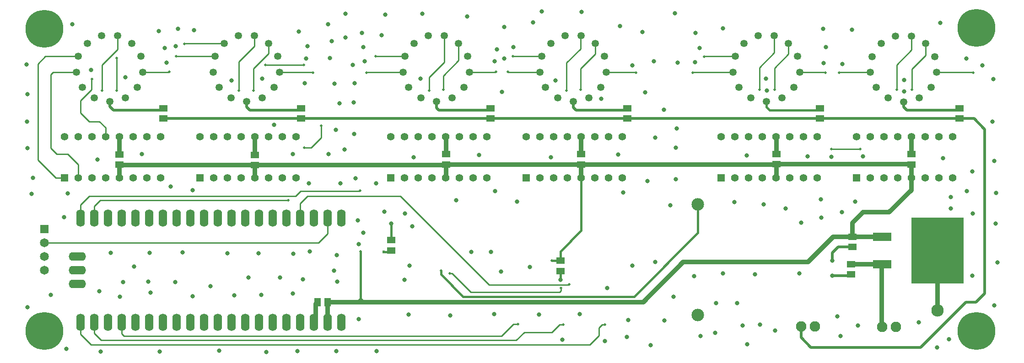
<source format=gbr>
%TF.GenerationSoftware,KiCad,Pcbnew,7.0.5-0*%
%TF.CreationDate,2023-07-08T10:36:07-04:00*%
%TF.ProjectId,nixie,6e697869-652e-46b6-9963-61645f706362,rev?*%
%TF.SameCoordinates,Original*%
%TF.FileFunction,Copper,L4,Bot*%
%TF.FilePolarity,Positive*%
%FSLAX46Y46*%
G04 Gerber Fmt 4.6, Leading zero omitted, Abs format (unit mm)*
G04 Created by KiCad (PCBNEW 7.0.5-0) date 2023-07-08 10:36:07*
%MOMM*%
%LPD*%
G01*
G04 APERTURE LIST*
%TA.AperFunction,ComponentPad*%
%ADD10C,1.950000*%
%TD*%
%TA.AperFunction,ComponentPad*%
%ADD11R,1.650000X1.650000*%
%TD*%
%TA.AperFunction,ComponentPad*%
%ADD12C,1.650000*%
%TD*%
%TA.AperFunction,ComponentPad*%
%ADD13C,0.800000*%
%TD*%
%TA.AperFunction,ComponentPad*%
%ADD14C,7.000000*%
%TD*%
%TA.AperFunction,ComponentPad*%
%ADD15R,1.400000X1.400000*%
%TD*%
%TA.AperFunction,ComponentPad*%
%ADD16C,1.400000*%
%TD*%
%TA.AperFunction,ComponentPad*%
%ADD17O,1.600000X3.200000*%
%TD*%
%TA.AperFunction,ComponentPad*%
%ADD18O,3.200000X1.600000*%
%TD*%
%TA.AperFunction,ComponentPad*%
%ADD19O,2.316000X2.316000*%
%TD*%
%TA.AperFunction,ComponentPad*%
%ADD20C,2.316000*%
%TD*%
%TA.AperFunction,SMDPad,CuDef*%
%ADD21R,1.300000X1.500000*%
%TD*%
%TA.AperFunction,SMDPad,CuDef*%
%ADD22R,1.500000X1.300000*%
%TD*%
%TA.AperFunction,ComponentPad*%
%ADD23C,1.348000*%
%TD*%
%TA.AperFunction,SMDPad,CuDef*%
%ADD24R,3.500000X1.600000*%
%TD*%
%TA.AperFunction,SMDPad,CuDef*%
%ADD25R,9.750000X12.200000*%
%TD*%
%TA.AperFunction,ViaPad*%
%ADD26C,0.800000*%
%TD*%
%TA.AperFunction,ViaPad*%
%ADD27C,2.300000*%
%TD*%
%TA.AperFunction,ViaPad*%
%ADD28C,0.500000*%
%TD*%
%TA.AperFunction,ViaPad*%
%ADD29C,0.600000*%
%TD*%
%TA.AperFunction,Conductor*%
%ADD30C,0.254000*%
%TD*%
%TA.AperFunction,Conductor*%
%ADD31C,0.508000*%
%TD*%
%TA.AperFunction,Conductor*%
%ADD32C,0.812800*%
%TD*%
%TA.AperFunction,Conductor*%
%ADD33C,0.381000*%
%TD*%
G04 APERTURE END LIST*
D10*
%TO.P,J4,1,1*%
%TO.N,+12V*%
X225000000Y-137600000D03*
%TO.P,J4,2,2*%
%TO.N,GND*%
X227540000Y-137600000D03*
%TD*%
%TO.P,J3,1,1*%
%TO.N,VCC*%
X210000000Y-137500000D03*
%TO.P,J3,2,2*%
%TO.N,GND*%
X212540000Y-137500000D03*
%TD*%
D11*
%TO.P,J1,1,1*%
%TO.N,/RX*%
X70000000Y-119460000D03*
D12*
%TO.P,J1,2,2*%
%TO.N,/TX*%
X70000000Y-122000000D03*
%TO.P,J1,3,3*%
%TO.N,+3V3*%
X70000000Y-124540000D03*
%TO.P,J1,4,4*%
%TO.N,GND*%
X70000000Y-127080000D03*
%TD*%
D13*
%TO.P,H2,1*%
%TO.N,N/C*%
X67375000Y-138400000D03*
X68143845Y-136543845D03*
X68143845Y-140256155D03*
X70000000Y-135775000D03*
D14*
X70000000Y-138400000D03*
D13*
X70000000Y-141025000D03*
X71856155Y-136543845D03*
X71856155Y-140256155D03*
X72625000Y-138400000D03*
%TD*%
%TO.P,H3,1*%
%TO.N,N/C*%
X239875000Y-82200000D03*
X240643845Y-80343845D03*
X240643845Y-84056155D03*
X242500000Y-79575000D03*
D14*
X242500000Y-82200000D03*
D13*
X242500000Y-84825000D03*
X244356155Y-80343845D03*
X244356155Y-84056155D03*
X245125000Y-82200000D03*
%TD*%
D15*
%TO.P,IC3,1,8*%
%TO.N,/N38*%
X134126600Y-110037000D03*
D16*
%TO.P,IC3,2,9*%
%TO.N,/N39*%
X136666600Y-110037000D03*
%TO.P,IC3,3,A*%
%TO.N,/A3*%
X139206600Y-110037000D03*
%TO.P,IC3,4,D*%
%TO.N,/D3*%
X141746600Y-110037000D03*
%TO.P,IC3,5,VCC*%
%TO.N,+5V*%
X144286600Y-110037000D03*
%TO.P,IC3,6,B*%
%TO.N,/B3*%
X146826600Y-110037000D03*
%TO.P,IC3,7,C*%
%TO.N,/C3*%
X149366600Y-110037000D03*
%TO.P,IC3,8,2*%
%TO.N,/N32*%
X151906600Y-110037000D03*
%TO.P,IC3,9,3*%
%TO.N,/N33*%
X151906600Y-102417000D03*
%TO.P,IC3,10,7*%
%TO.N,/N37*%
X149366600Y-102417000D03*
%TO.P,IC3,11,6*%
%TO.N,/N36*%
X146826600Y-102417000D03*
%TO.P,IC3,12,GND*%
%TO.N,GND*%
X144286600Y-102417000D03*
%TO.P,IC3,13,4*%
%TO.N,/N34*%
X141746600Y-102417000D03*
%TO.P,IC3,14,5*%
%TO.N,/N35*%
X139206600Y-102417000D03*
%TO.P,IC3,15,1*%
%TO.N,/N31*%
X136666600Y-102417000D03*
%TO.P,IC3,16,0*%
%TO.N,/N30*%
X134126600Y-102417000D03*
%TD*%
D13*
%TO.P,H1,1*%
%TO.N,N/C*%
X67375000Y-82375000D03*
X68143845Y-80518845D03*
X68143845Y-84231155D03*
X70000000Y-79750000D03*
D14*
X70000000Y-82375000D03*
D13*
X70000000Y-85000000D03*
X71856155Y-80518845D03*
X71856155Y-84231155D03*
X72625000Y-82375000D03*
%TD*%
%TO.P,H4,1*%
%TO.N,N/C*%
X239875000Y-138400000D03*
X240643845Y-136543845D03*
X240643845Y-140256155D03*
X242500000Y-135775000D03*
D14*
X242500000Y-138400000D03*
D13*
X242500000Y-141025000D03*
X244356155Y-136543845D03*
X244356155Y-140256155D03*
X245125000Y-138400000D03*
%TD*%
D17*
%TO.P,P1,3V3,3V3*%
%TO.N,+3V3*%
X114780000Y-136800000D03*
%TO.P,P1,3V3_EN,3V3_EN*%
%TO.N,unconnected-(P1-Pad3V3_EN)*%
X117320000Y-136800000D03*
%TO.P,P1,ADC_VREF,ADC_VREF*%
%TO.N,unconnected-(P1-PadADC_VREF)*%
X112240000Y-136800000D03*
%TO.P,P1,AGND,AGND*%
%TO.N,GND*%
X107160000Y-136800000D03*
%TO.P,P1,GND@1,GND*%
X119860000Y-117420000D03*
%TO.P,P1,GND@2,GND*%
X107160000Y-117420000D03*
%TO.P,P1,GND@3,GND*%
X94460000Y-117420000D03*
%TO.P,P1,GND@4,GND*%
X81760000Y-117420000D03*
D18*
%TO.P,P1,GND@5,GND*%
X76110000Y-127110000D03*
D17*
%TO.P,P1,GND@6,GND*%
X81760000Y-136800000D03*
%TO.P,P1,GND@7,GND*%
X94460000Y-136800000D03*
%TO.P,P1,GND@8,GND*%
X119860000Y-136800000D03*
%TO.P,P1,GP0,GP0*%
%TO.N,/RX*%
X124940000Y-117420000D03*
%TO.P,P1,GP1,GP1*%
%TO.N,/TX*%
X122400000Y-117420000D03*
%TO.P,P1,GP2,GP2*%
%TO.N,/RSTIO*%
X117320000Y-117420000D03*
%TO.P,P1,GP3,GP3*%
%TO.N,/RSTC*%
X114780000Y-117420000D03*
%TO.P,P1,GP4,GP4*%
%TO.N,/C2*%
X112240000Y-117420000D03*
%TO.P,P1,GP5,GP5*%
%TO.N,/B2*%
X109700000Y-117420000D03*
%TO.P,P1,GP6,GP6*%
%TO.N,/D2*%
X104620000Y-117420000D03*
%TO.P,P1,GP7,GP7*%
%TO.N,/A2*%
X102080000Y-117420000D03*
%TO.P,P1,GP8,GP8*%
%TO.N,unconnected-(P1-PadGP8)*%
X99540000Y-117420000D03*
%TO.P,P1,GP9,GP9*%
%TO.N,unconnected-(P1-PadGP9)*%
X97000000Y-117420000D03*
%TO.P,P1,GP10,GP10*%
%TO.N,/C1*%
X91920000Y-117420000D03*
%TO.P,P1,GP11,GP11*%
%TO.N,/B1*%
X89380000Y-117420000D03*
%TO.P,P1,GP12,GP12*%
%TO.N,/D1*%
X86840000Y-117420000D03*
%TO.P,P1,GP13,GP13*%
%TO.N,/A1*%
X84300000Y-117420000D03*
%TO.P,P1,GP14,GP14*%
%TO.N,/SDA1*%
X79220000Y-117420000D03*
%TO.P,P1,GP15,GP15*%
%TO.N,/SCL1*%
X76680000Y-117420000D03*
%TO.P,P1,GP16,GP16*%
%TO.N,/S6*%
X76680000Y-136800000D03*
%TO.P,P1,GP17,GP17*%
%TO.N,/S5*%
X79220000Y-136800000D03*
%TO.P,P1,GP18,GP18*%
%TO.N,/S4*%
X84300000Y-136800000D03*
%TO.P,P1,GP19,GP19*%
%TO.N,/S3*%
X86840000Y-136800000D03*
%TO.P,P1,GP20,GP20*%
%TO.N,/S2*%
X89380000Y-136800000D03*
%TO.P,P1,GP21,GP21*%
%TO.N,/S1*%
X91920000Y-136800000D03*
%TO.P,P1,GP22,GP22*%
%TO.N,unconnected-(P1-PadGP22)*%
X97000000Y-136800000D03*
%TO.P,P1,GP26_A0,GP26_A0*%
%TO.N,unconnected-(P1-PadGP26_A0)*%
X102080000Y-136800000D03*
%TO.P,P1,GP27_A1,GP27_A1*%
%TO.N,unconnected-(P1-PadGP27_A1)*%
X104620000Y-136800000D03*
%TO.P,P1,GP28_A2,GP28_A2*%
%TO.N,unconnected-(P1-PadGP28_A2)*%
X109700000Y-136800000D03*
%TO.P,P1,RUN,RUN*%
%TO.N,unconnected-(P1-PadRUN)*%
X99540000Y-136800000D03*
D18*
%TO.P,P1,SWCLK,SWCLK*%
%TO.N,unconnected-(P1-PadSWCLK)*%
X76110000Y-124570000D03*
%TO.P,P1,SWDIO,SWDIO*%
%TO.N,unconnected-(P1-PadSWDIO)*%
X76110000Y-129650000D03*
D17*
%TO.P,P1,VBUS,VBUS*%
%TO.N,unconnected-(P1-PadVBUS)*%
X124940000Y-136800000D03*
%TO.P,P1,VSYS,VSYS*%
%TO.N,+5V*%
X122400000Y-136800000D03*
%TD*%
D19*
%TO.P,BAT1,+,+*%
%TO.N,Net-(IC6-VBAT)*%
X190900000Y-114930000D03*
D20*
%TO.P,BAT1,-,-*%
%TO.N,GND*%
X190900000Y-135430000D03*
%TD*%
D15*
%TO.P,IC8,1,8*%
%TO.N,/N68*%
X220266000Y-110037000D03*
D16*
%TO.P,IC8,2,9*%
%TO.N,/N69*%
X222806000Y-110037000D03*
%TO.P,IC8,3,A*%
%TO.N,/A6*%
X225346000Y-110037000D03*
%TO.P,IC8,4,D*%
%TO.N,/D6*%
X227886000Y-110037000D03*
%TO.P,IC8,5,VCC*%
%TO.N,+5V*%
X230426000Y-110037000D03*
%TO.P,IC8,6,B*%
%TO.N,/B6*%
X232966000Y-110037000D03*
%TO.P,IC8,7,C*%
%TO.N,/C6*%
X235506000Y-110037000D03*
%TO.P,IC8,8,2*%
%TO.N,/N62*%
X238046000Y-110037000D03*
%TO.P,IC8,9,3*%
%TO.N,/N63*%
X238046000Y-102417000D03*
%TO.P,IC8,10,7*%
%TO.N,/N67*%
X235506000Y-102417000D03*
%TO.P,IC8,11,6*%
%TO.N,/N66*%
X232966000Y-102417000D03*
%TO.P,IC8,12,GND*%
%TO.N,GND*%
X230426000Y-102417000D03*
%TO.P,IC8,13,4*%
%TO.N,/N64*%
X227886000Y-102417000D03*
%TO.P,IC8,14,5*%
%TO.N,/N65*%
X225346000Y-102417000D03*
%TO.P,IC8,15,1*%
%TO.N,/N61*%
X222806000Y-102417000D03*
%TO.P,IC8,16,0*%
%TO.N,/N60*%
X220266000Y-102417000D03*
%TD*%
D15*
%TO.P,IC7,1,8*%
%TO.N,/N58*%
X195226000Y-110037000D03*
D16*
%TO.P,IC7,2,9*%
%TO.N,/N59*%
X197766000Y-110037000D03*
%TO.P,IC7,3,A*%
%TO.N,/A5*%
X200306000Y-110037000D03*
%TO.P,IC7,4,D*%
%TO.N,/D5*%
X202846000Y-110037000D03*
%TO.P,IC7,5,VCC*%
%TO.N,+5V*%
X205386000Y-110037000D03*
%TO.P,IC7,6,B*%
%TO.N,/B5*%
X207926000Y-110037000D03*
%TO.P,IC7,7,C*%
%TO.N,/C5*%
X210466000Y-110037000D03*
%TO.P,IC7,8,2*%
%TO.N,/N52*%
X213006000Y-110037000D03*
%TO.P,IC7,9,3*%
%TO.N,/N53*%
X213006000Y-102417000D03*
%TO.P,IC7,10,7*%
%TO.N,/N57*%
X210466000Y-102417000D03*
%TO.P,IC7,11,6*%
%TO.N,/N56*%
X207926000Y-102417000D03*
%TO.P,IC7,12,GND*%
%TO.N,GND*%
X205386000Y-102417000D03*
%TO.P,IC7,13,4*%
%TO.N,/N54*%
X202846000Y-102417000D03*
%TO.P,IC7,14,5*%
%TO.N,/N55*%
X200306000Y-102417000D03*
%TO.P,IC7,15,1*%
%TO.N,/N51*%
X197766000Y-102417000D03*
%TO.P,IC7,16,0*%
%TO.N,/N50*%
X195226000Y-102417000D03*
%TD*%
D15*
%TO.P,IC4,1,8*%
%TO.N,/N48*%
X159188600Y-110017000D03*
D16*
%TO.P,IC4,2,9*%
%TO.N,/N49*%
X161728600Y-110017000D03*
%TO.P,IC4,3,A*%
%TO.N,/A4*%
X164268600Y-110017000D03*
%TO.P,IC4,4,D*%
%TO.N,/D4*%
X166808600Y-110017000D03*
%TO.P,IC4,5,VCC*%
%TO.N,+5V*%
X169348600Y-110017000D03*
%TO.P,IC4,6,B*%
%TO.N,/B4*%
X171888600Y-110017000D03*
%TO.P,IC4,7,C*%
%TO.N,/C4*%
X174428600Y-110017000D03*
%TO.P,IC4,8,2*%
%TO.N,/N42*%
X176968600Y-110017000D03*
%TO.P,IC4,9,3*%
%TO.N,/N43*%
X176968600Y-102397000D03*
%TO.P,IC4,10,7*%
%TO.N,/N47*%
X174428600Y-102397000D03*
%TO.P,IC4,11,6*%
%TO.N,/N46*%
X171888600Y-102397000D03*
%TO.P,IC4,12,GND*%
%TO.N,GND*%
X169348600Y-102397000D03*
%TO.P,IC4,13,4*%
%TO.N,/N44*%
X166808600Y-102397000D03*
%TO.P,IC4,14,5*%
%TO.N,/N45*%
X164268600Y-102397000D03*
%TO.P,IC4,15,1*%
%TO.N,/N41*%
X161728600Y-102397000D03*
%TO.P,IC4,16,0*%
%TO.N,/N40*%
X159188600Y-102397000D03*
%TD*%
D15*
%TO.P,IC2,1,8*%
%TO.N,/N28*%
X98764600Y-110037000D03*
D16*
%TO.P,IC2,2,9*%
%TO.N,/N29*%
X101304600Y-110037000D03*
%TO.P,IC2,3,A*%
%TO.N,/A2*%
X103844600Y-110037000D03*
%TO.P,IC2,4,D*%
%TO.N,/D2*%
X106384600Y-110037000D03*
%TO.P,IC2,5,VCC*%
%TO.N,+5V*%
X108924600Y-110037000D03*
%TO.P,IC2,6,B*%
%TO.N,/B2*%
X111464600Y-110037000D03*
%TO.P,IC2,7,C*%
%TO.N,/C2*%
X114004600Y-110037000D03*
%TO.P,IC2,8,2*%
%TO.N,/N22*%
X116544600Y-110037000D03*
%TO.P,IC2,9,3*%
%TO.N,/N23*%
X116544600Y-102417000D03*
%TO.P,IC2,10,7*%
%TO.N,/N27*%
X114004600Y-102417000D03*
%TO.P,IC2,11,6*%
%TO.N,/N26*%
X111464600Y-102417000D03*
%TO.P,IC2,12,GND*%
%TO.N,GND*%
X108924600Y-102417000D03*
%TO.P,IC2,13,4*%
%TO.N,/N24*%
X106384600Y-102417000D03*
%TO.P,IC2,14,5*%
%TO.N,/N25*%
X103844600Y-102417000D03*
%TO.P,IC2,15,1*%
%TO.N,/N21*%
X101304600Y-102417000D03*
%TO.P,IC2,16,0*%
%TO.N,/N20*%
X98764600Y-102417000D03*
%TD*%
D15*
%TO.P,IC1,1,8*%
%TO.N,/N18*%
X73682600Y-110037000D03*
D16*
%TO.P,IC1,2,9*%
%TO.N,/N19*%
X76222600Y-110037000D03*
%TO.P,IC1,3,A*%
%TO.N,/A1*%
X78762600Y-110037000D03*
%TO.P,IC1,4,D*%
%TO.N,/D1*%
X81302600Y-110037000D03*
%TO.P,IC1,5,VCC*%
%TO.N,+5V*%
X83842600Y-110037000D03*
%TO.P,IC1,6,B*%
%TO.N,/B1*%
X86382600Y-110037000D03*
%TO.P,IC1,7,C*%
%TO.N,/C1*%
X88922600Y-110037000D03*
%TO.P,IC1,8,2*%
%TO.N,/N12*%
X91462600Y-110037000D03*
%TO.P,IC1,9,3*%
%TO.N,/N13*%
X91462600Y-102417000D03*
%TO.P,IC1,10,7*%
%TO.N,/N17*%
X88922600Y-102417000D03*
%TO.P,IC1,11,6*%
%TO.N,/N16*%
X86382600Y-102417000D03*
%TO.P,IC1,12,GND*%
%TO.N,GND*%
X83842600Y-102417000D03*
%TO.P,IC1,13,4*%
%TO.N,/N14*%
X81302600Y-102417000D03*
%TO.P,IC1,14,5*%
%TO.N,/N15*%
X78762600Y-102417000D03*
%TO.P,IC1,15,1*%
%TO.N,/N11*%
X76222600Y-102417000D03*
%TO.P,IC1,16,0*%
%TO.N,/N10*%
X73682600Y-102417000D03*
%TD*%
D21*
%TO.P,C6,1,1*%
%TO.N,+5V*%
X122450000Y-133000000D03*
%TO.P,C6,2,2*%
%TO.N,GND*%
X120550000Y-133000000D03*
%TD*%
D22*
%TO.P,C7,1,1*%
%TO.N,+5V*%
X165500000Y-125350000D03*
%TO.P,C7,2,2*%
%TO.N,GND*%
X165500000Y-127250000D03*
%TD*%
D23*
%TO.P,N6,0,0*%
%TO.N,/N60*%
X223895200Y-93252400D03*
%TO.P,N6,1,1*%
%TO.N,/N61*%
X234083600Y-93252400D03*
%TO.P,N6,2,2*%
%TO.N,/N62*%
X235134200Y-90482200D03*
%TO.P,N6,3,3*%
%TO.N,/N63*%
X234777100Y-87541100D03*
%TO.P,N6,4,4*%
%TO.N,/N64*%
X233094100Y-85102900D03*
%TO.P,N6,5,5*%
%TO.N,/N65*%
X230470700Y-83726000D03*
%TO.P,N6,6,6*%
%TO.N,/N66*%
X227508100Y-83726000D03*
%TO.P,N6,7,7*%
%TO.N,/N67*%
X224884700Y-85102900D03*
%TO.P,N6,8,8*%
%TO.N,/N68*%
X223201700Y-87541100D03*
%TO.P,N6,9,9*%
%TO.N,/N69*%
X222844600Y-90482200D03*
%TO.P,N6,A,A*%
%TO.N,/170V6*%
X228989400Y-95926000D03*
%TO.P,N6,LHDP,LHDP*%
%TO.N,unconnected-(N6-PadLHDP)*%
X226112800Y-95217000D03*
%TO.P,N6,RHDP,RHDP*%
%TO.N,unconnected-(N6-PadRHDP)*%
X231866000Y-95217000D03*
%TD*%
D22*
%TO.P,C1,1,1*%
%TO.N,+5V*%
X83842600Y-107567000D03*
%TO.P,C1,2,2*%
%TO.N,GND*%
X83842600Y-105667000D03*
%TD*%
%TO.P,C4,1,1*%
%TO.N,+5V*%
X169300000Y-107517000D03*
%TO.P,C4,2,2*%
%TO.N,GND*%
X169300000Y-105617000D03*
%TD*%
%TO.P,C9,1,1*%
%TO.N,+5V*%
X230434000Y-107517000D03*
%TO.P,C9,2,2*%
%TO.N,GND*%
X230434000Y-105617000D03*
%TD*%
D24*
%TO.P,IC9,1,INPUT*%
%TO.N,+12V*%
X225000000Y-126000000D03*
D25*
%TO.P,IC9,2,GND*%
%TO.N,GND*%
X235276000Y-123460000D03*
D24*
%TO.P,IC9,3,OUTPUT*%
%TO.N,+5V*%
X225000000Y-120920000D03*
%TD*%
D22*
%TO.P,C2,1,1*%
%TO.N,+5V*%
X108934000Y-107667000D03*
%TO.P,C2,2,2*%
%TO.N,GND*%
X108934000Y-105767000D03*
%TD*%
D23*
%TO.P,N4,0,0*%
%TO.N,/N40*%
X162750400Y-93233300D03*
%TO.P,N4,1,1*%
%TO.N,/N41*%
X172938800Y-93233300D03*
%TO.P,N4,2,2*%
%TO.N,/N42*%
X173989400Y-90463100D03*
%TO.P,N4,3,3*%
%TO.N,/N43*%
X173632300Y-87522000D03*
%TO.P,N4,4,4*%
%TO.N,/N44*%
X171949300Y-85083800D03*
%TO.P,N4,5,5*%
%TO.N,/N45*%
X169325900Y-83706900D03*
%TO.P,N4,6,6*%
%TO.N,/N46*%
X166363300Y-83706900D03*
%TO.P,N4,7,7*%
%TO.N,/N47*%
X163739900Y-85083800D03*
%TO.P,N4,8,8*%
%TO.N,/N48*%
X162056900Y-87522000D03*
%TO.P,N4,9,9*%
%TO.N,/N49*%
X161699800Y-90463100D03*
%TO.P,N4,A,A*%
%TO.N,/170V4*%
X167844600Y-95906900D03*
%TO.P,N4,LHDP,LHDP*%
%TO.N,unconnected-(N4-PadLHDP)*%
X164968000Y-95197900D03*
%TO.P,N4,RHDP,RHDP*%
%TO.N,unconnected-(N4-PadRHDP)*%
X170721200Y-95197900D03*
%TD*%
D22*
%TO.P,R3,1,1*%
%TO.N,/170V3*%
X152534000Y-97100000D03*
%TO.P,R3,2,2*%
%TO.N,VCC*%
X152534000Y-99000000D03*
%TD*%
%TO.P,C3,1,1*%
%TO.N,+5V*%
X144300000Y-107517000D03*
%TO.P,C3,2,2*%
%TO.N,GND*%
X144300000Y-105617000D03*
%TD*%
%TO.P,C5,1,1*%
%TO.N,+5V*%
X134200000Y-123450000D03*
%TO.P,C5,2,2*%
%TO.N,GND*%
X134200000Y-121550000D03*
%TD*%
%TO.P,R8,1,1*%
%TO.N,/170V6*%
X239334000Y-97100000D03*
%TO.P,R8,2,2*%
%TO.N,VCC*%
X239334000Y-99000000D03*
%TD*%
%TO.P,R2,1,1*%
%TO.N,/170V2*%
X117534000Y-97100000D03*
%TO.P,R2,2,2*%
%TO.N,VCC*%
X117534000Y-99000000D03*
%TD*%
%TO.P,C10,1,1*%
%TO.N,+12V*%
X219238000Y-126010000D03*
%TO.P,C10,2,2*%
%TO.N,GND*%
X219238000Y-127910000D03*
%TD*%
%TO.P,R4,1,1*%
%TO.N,/170V4*%
X177834000Y-97100000D03*
%TO.P,R4,2,2*%
%TO.N,VCC*%
X177834000Y-99000000D03*
%TD*%
%TO.P,R7,1,1*%
%TO.N,/170V5*%
X213534000Y-97100000D03*
%TO.P,R7,2,2*%
%TO.N,VCC*%
X213534000Y-99000000D03*
%TD*%
%TO.P,R1,1,1*%
%TO.N,/170V1*%
X92000000Y-97100000D03*
%TO.P,R1,2,2*%
%TO.N,VCC*%
X92000000Y-99000000D03*
%TD*%
D23*
%TO.P,N5,0,0*%
%TO.N,/N50*%
X198506000Y-93233300D03*
%TO.P,N5,1,1*%
%TO.N,/N51*%
X208694400Y-93233300D03*
%TO.P,N5,2,2*%
%TO.N,/N52*%
X209745000Y-90463100D03*
%TO.P,N5,3,3*%
%TO.N,/N53*%
X209387900Y-87522000D03*
%TO.P,N5,4,4*%
%TO.N,/N54*%
X207704900Y-85083800D03*
%TO.P,N5,5,5*%
%TO.N,/N55*%
X205081500Y-83706900D03*
%TO.P,N5,6,6*%
%TO.N,/N56*%
X202118900Y-83706900D03*
%TO.P,N5,7,7*%
%TO.N,/N57*%
X199495500Y-85083800D03*
%TO.P,N5,8,8*%
%TO.N,/N58*%
X197812500Y-87522000D03*
%TO.P,N5,9,9*%
%TO.N,/N59*%
X197455400Y-90463100D03*
%TO.P,N5,A,A*%
%TO.N,/170V5*%
X203600200Y-95906900D03*
%TO.P,N5,LHDP,LHDP*%
%TO.N,unconnected-(N5-PadLHDP)*%
X200723600Y-95197900D03*
%TO.P,N5,RHDP,RHDP*%
%TO.N,unconnected-(N5-PadRHDP)*%
X206476800Y-95197900D03*
%TD*%
D22*
%TO.P,C11,1,1*%
%TO.N,+5V*%
X219538000Y-120910000D03*
%TO.P,C11,2,2*%
%TO.N,GND*%
X219538000Y-122810000D03*
%TD*%
%TO.P,C8,1,1*%
%TO.N,+5V*%
X205434000Y-107467000D03*
%TO.P,C8,2,2*%
%TO.N,GND*%
X205434000Y-105567000D03*
%TD*%
D23*
%TO.P,N3,0,0*%
%TO.N,/N30*%
X137428600Y-93233300D03*
%TO.P,N3,1,1*%
%TO.N,/N31*%
X147617000Y-93233300D03*
%TO.P,N3,2,2*%
%TO.N,/N32*%
X148667600Y-90463100D03*
%TO.P,N3,3,3*%
%TO.N,/N33*%
X148310500Y-87522000D03*
%TO.P,N3,4,4*%
%TO.N,/N34*%
X146627500Y-85083800D03*
%TO.P,N3,5,5*%
%TO.N,/N35*%
X144004100Y-83706900D03*
%TO.P,N3,6,6*%
%TO.N,/N36*%
X141041500Y-83706900D03*
%TO.P,N3,7,7*%
%TO.N,/N37*%
X138418100Y-85083800D03*
%TO.P,N3,8,8*%
%TO.N,/N38*%
X136735100Y-87522000D03*
%TO.P,N3,9,9*%
%TO.N,/N39*%
X136378000Y-90463100D03*
%TO.P,N3,A,A*%
%TO.N,/170V3*%
X142522800Y-95906900D03*
%TO.P,N3,LHDP,LHDP*%
%TO.N,unconnected-(N3-PadLHDP)*%
X139646200Y-95197900D03*
%TO.P,N3,RHDP,RHDP*%
%TO.N,unconnected-(N3-PadRHDP)*%
X145399400Y-95197900D03*
%TD*%
%TO.P,N1,0,0*%
%TO.N,/N10*%
X76984600Y-93233300D03*
%TO.P,N1,1,1*%
%TO.N,/N11*%
X87173000Y-93233300D03*
%TO.P,N1,2,2*%
%TO.N,/N12*%
X88223600Y-90463100D03*
%TO.P,N1,3,3*%
%TO.N,/N13*%
X87866500Y-87522000D03*
%TO.P,N1,4,4*%
%TO.N,/N14*%
X86183500Y-85083800D03*
%TO.P,N1,5,5*%
%TO.N,/N15*%
X83560100Y-83706900D03*
%TO.P,N1,6,6*%
%TO.N,/N16*%
X80597500Y-83706900D03*
%TO.P,N1,7,7*%
%TO.N,/N17*%
X77974100Y-85083800D03*
%TO.P,N1,8,8*%
%TO.N,/N18*%
X76291100Y-87522000D03*
%TO.P,N1,9,9*%
%TO.N,/N19*%
X75934000Y-90463100D03*
%TO.P,N1,A,A*%
%TO.N,/170V1*%
X82078800Y-95906900D03*
%TO.P,N1,LHDP,LHDP*%
%TO.N,unconnected-(N1-PadLHDP)*%
X79202200Y-95197900D03*
%TO.P,N1,RHDP,RHDP*%
%TO.N,unconnected-(N1-PadRHDP)*%
X84955400Y-95197900D03*
%TD*%
%TO.P,N2,0,0*%
%TO.N,/N20*%
X102306400Y-93233300D03*
%TO.P,N2,1,1*%
%TO.N,/N21*%
X112494800Y-93233300D03*
%TO.P,N2,2,2*%
%TO.N,/N22*%
X113545400Y-90463100D03*
%TO.P,N2,3,3*%
%TO.N,/N23*%
X113188300Y-87522000D03*
%TO.P,N2,4,4*%
%TO.N,/N24*%
X111505300Y-85083800D03*
%TO.P,N2,5,5*%
%TO.N,/N25*%
X108881900Y-83706900D03*
%TO.P,N2,6,6*%
%TO.N,/N26*%
X105919300Y-83706900D03*
%TO.P,N2,7,7*%
%TO.N,/N27*%
X103295900Y-85083800D03*
%TO.P,N2,8,8*%
%TO.N,/N28*%
X101612900Y-87522000D03*
%TO.P,N2,9,9*%
%TO.N,/N29*%
X101255800Y-90463100D03*
%TO.P,N2,A,A*%
%TO.N,/170V2*%
X107400600Y-95906900D03*
%TO.P,N2,LHDP,LHDP*%
%TO.N,unconnected-(N2-PadLHDP)*%
X104524000Y-95197900D03*
%TO.P,N2,RHDP,RHDP*%
%TO.N,unconnected-(N2-PadRHDP)*%
X110277200Y-95197900D03*
%TD*%
D26*
%TO.N,GND*%
X155100000Y-87900000D03*
X190400000Y-88600000D03*
X191200000Y-86000000D03*
X178800000Y-89200000D03*
X181200000Y-94200000D03*
X122600000Y-105600000D03*
X210000000Y-118300000D03*
X131500000Y-142100000D03*
X75200000Y-81600000D03*
X235800000Y-81300000D03*
X237753550Y-113601939D03*
X231800000Y-136800000D03*
X202400000Y-137200000D03*
X84000000Y-132000000D03*
X86600000Y-126400000D03*
X116001574Y-131456674D03*
X124205003Y-129228638D03*
X124100000Y-124300000D03*
X128200000Y-122300000D03*
X105100000Y-131800000D03*
X165500000Y-128900000D03*
X229100000Y-94000000D03*
X94200000Y-129300000D03*
X80200000Y-131000000D03*
X217300000Y-139300000D03*
X118200000Y-92500000D03*
X216700000Y-135700000D03*
X67900000Y-110000000D03*
X183000000Y-102600000D03*
X145100000Y-135500000D03*
X154500000Y-127400000D03*
X138300000Y-106200000D03*
X190200000Y-128200000D03*
X163700000Y-106200000D03*
X185800000Y-115100000D03*
X214600000Y-85800000D03*
X190500000Y-83200000D03*
X109600000Y-124000000D03*
X71198870Y-131671092D03*
X180700000Y-83000000D03*
X178800000Y-126300000D03*
X199200000Y-137400000D03*
X186700000Y-79500000D03*
X122500000Y-81600000D03*
X104586407Y-91953744D03*
X245400000Y-99600000D03*
X209700000Y-127700000D03*
X173000000Y-95400000D03*
X118400000Y-87900000D03*
X243600000Y-89200000D03*
X123900000Y-101100000D03*
X200000000Y-105900000D03*
X89200000Y-129200000D03*
X137400000Y-135300000D03*
X67600000Y-113000000D03*
X245800000Y-133600000D03*
X119100000Y-123600000D03*
X220000000Y-114400000D03*
X237400000Y-139900000D03*
X215800000Y-128100000D03*
X127300000Y-101900000D03*
X195600000Y-127700000D03*
X213800000Y-117400000D03*
X214200000Y-88800000D03*
X91300000Y-142200000D03*
X123200000Y-84700000D03*
X241800000Y-116600000D03*
X93400000Y-111600000D03*
X127400000Y-92500000D03*
X129300000Y-88400000D03*
X97400000Y-131900000D03*
X97700000Y-82700000D03*
X195600000Y-82300000D03*
X177100000Y-112700000D03*
X201500000Y-127900000D03*
X169100000Y-135200000D03*
X89600000Y-131300000D03*
X194100000Y-138700000D03*
X110100000Y-131700000D03*
X236303099Y-106381234D03*
X133100000Y-79800000D03*
X184700000Y-136400000D03*
X183000000Y-125600000D03*
X246400000Y-125700000D03*
X176500000Y-81900000D03*
X186800000Y-104400000D03*
X245600000Y-91700000D03*
X160400000Y-81200000D03*
X177800000Y-139500000D03*
X159800000Y-126500000D03*
X174100000Y-130400000D03*
X129000000Y-85800000D03*
X124000000Y-142100000D03*
X89500000Y-123900000D03*
X134200000Y-118500000D03*
X203500000Y-91600000D03*
X124600000Y-96200000D03*
X229100000Y-91900000D03*
X211200000Y-106000000D03*
X92600000Y-88700000D03*
X91158587Y-82804469D03*
X220500000Y-137400000D03*
X117800000Y-128800000D03*
X235200000Y-141400000D03*
X213700000Y-114000000D03*
X187000000Y-100900000D03*
X118900000Y-111000000D03*
X207200000Y-115700000D03*
X125700000Y-79600000D03*
X154700000Y-94100000D03*
X103900000Y-124000000D03*
X149000000Y-123700000D03*
X127600000Y-110100000D03*
X137600000Y-126300000D03*
X100700000Y-130100000D03*
X117100000Y-82900000D03*
X66900000Y-134000000D03*
X148200000Y-80100000D03*
X123700000Y-92600000D03*
X79800000Y-106600000D03*
X132400000Y-83600000D03*
X116100000Y-124100000D03*
X139900000Y-79600000D03*
X214099539Y-82395528D03*
X123600000Y-127200000D03*
X156800000Y-85800000D03*
X132900000Y-116300000D03*
X84600000Y-129300000D03*
X240600000Y-87900000D03*
X111100000Y-142300000D03*
X92300000Y-86000000D03*
X173700000Y-140200000D03*
X161500000Y-135300000D03*
X74300000Y-112900000D03*
X217700000Y-88900000D03*
X246000000Y-118500000D03*
X240700000Y-112500000D03*
X95600000Y-123800000D03*
X88000000Y-105600000D03*
X205200000Y-138300000D03*
X194300000Y-133200000D03*
D27*
X235300000Y-134600000D03*
D26*
X129000000Y-120200000D03*
X73600000Y-117300000D03*
X94300000Y-85600000D03*
X203700000Y-93800000D03*
X184600000Y-97400000D03*
X169400000Y-79300000D03*
X66700000Y-89000000D03*
X94749079Y-82373610D03*
X136600000Y-128900000D03*
X110300000Y-91600000D03*
X153400000Y-112500000D03*
X116800000Y-142100000D03*
X97400000Y-112300000D03*
X162006631Y-79153211D03*
X203065248Y-114954434D03*
X241700000Y-128100000D03*
X165800000Y-140000000D03*
X246100000Y-112800000D03*
X182800000Y-88400000D03*
X182200000Y-141000000D03*
X66900000Y-104500000D03*
X127200000Y-96000000D03*
X146200000Y-114200000D03*
X80400000Y-142200000D03*
X139600000Y-91600000D03*
X107800000Y-128500000D03*
X116000000Y-105600000D03*
X187200000Y-88700000D03*
X112500000Y-100200000D03*
X153300000Y-88400000D03*
X186400000Y-132000000D03*
X219442935Y-82566062D03*
X176200000Y-105700000D03*
X153200000Y-135200000D03*
X197700000Y-114500000D03*
X128750866Y-83187721D03*
X217600000Y-116400000D03*
X215600000Y-106100000D03*
X113600000Y-128500000D03*
X128000000Y-117900000D03*
X131400000Y-111000000D03*
X237700000Y-115700000D03*
X221500000Y-106000000D03*
X102300000Y-142000000D03*
X125724732Y-83994689D03*
X164600000Y-92000000D03*
X153700000Y-86200000D03*
X241700000Y-108800000D03*
X157500000Y-114400000D03*
X82300000Y-123900000D03*
X66900000Y-94500000D03*
X155100000Y-82100000D03*
X127100000Y-89100000D03*
X181600000Y-110600000D03*
X138078439Y-118984504D03*
X136700000Y-116600000D03*
X152600000Y-123700000D03*
X124800000Y-111000000D03*
X191400000Y-139300000D03*
X186800000Y-110300000D03*
X245800000Y-106900000D03*
X198200000Y-133200000D03*
X178045903Y-136356483D03*
X200039688Y-140835748D03*
X74100000Y-141700000D03*
X125500000Y-104800000D03*
X66800000Y-99600000D03*
X118700000Y-85600000D03*
X215800000Y-125300000D03*
X84944654Y-91362073D03*
X150400000Y-105800000D03*
X122800000Y-87800000D03*
X78600000Y-90000000D03*
X128200000Y-136200000D03*
D28*
%TO.N,Net-(IC6-VBAT)*%
X143400000Y-127200000D03*
%TO.N,+5V*%
X163900000Y-125350000D03*
X128500000Y-123600000D03*
D29*
X132800000Y-123700000D03*
D28*
%TO.N,/N15*%
X80700000Y-93800000D03*
%TO.N,/N14*%
X78800000Y-91700000D03*
%TO.N,/N16*%
X83400000Y-87800000D03*
X83400000Y-93800000D03*
%TO.N,/N12*%
X93100000Y-90400000D03*
%TO.N,/N25*%
X106000000Y-93800000D03*
%TO.N,/N24*%
X108700000Y-93800000D03*
%TO.N,/N27*%
X95900000Y-85200000D03*
%TO.N,/N22*%
X119700000Y-90500000D03*
%TO.N,/N29*%
X118100000Y-104400000D03*
X118000000Y-89100000D03*
X121200000Y-100400000D03*
X110900000Y-89100000D03*
%TO.N,/N28*%
X94400000Y-87522000D03*
%TO.N,/N35*%
X141200000Y-93800000D03*
%TO.N,/N34*%
X143800000Y-93700000D03*
%TO.N,/N32*%
X153600000Y-90400000D03*
%TO.N,/N39*%
X129600000Y-90500000D03*
%TO.N,/N38*%
X131300000Y-87500000D03*
%TO.N,/N45*%
X166600000Y-93800000D03*
%TO.N,/N44*%
X169200000Y-93700000D03*
%TO.N,/N42*%
X179500000Y-90500000D03*
%TO.N,/N49*%
X155800000Y-90400000D03*
%TO.N,/N48*%
X156700000Y-87500000D03*
%TO.N,/RSTIO*%
X167100000Y-129700000D03*
%TO.N,/S4*%
X157600000Y-137100000D03*
%TO.N,/SCL1*%
X128400000Y-112400000D03*
%TO.N,/SDA1*%
X145000000Y-127700000D03*
X115100000Y-114200000D03*
X165600000Y-130400000D03*
%TO.N,/N52*%
X214500000Y-90500000D03*
%TO.N,/N54*%
X205100000Y-93700000D03*
%TO.N,/N55*%
X202300000Y-93700000D03*
%TO.N,/N58*%
X192100000Y-87600000D03*
%TO.N,/N59*%
X190000000Y-90500000D03*
%TO.N,/N62*%
X241900000Y-90500000D03*
%TO.N,/N64*%
X230500000Y-93700000D03*
%TO.N,/N65*%
X227700000Y-93700000D03*
%TO.N,/N67*%
X221000000Y-104700000D03*
X215600000Y-104700000D03*
%TO.N,/N69*%
X217100000Y-90500000D03*
%TO.N,/S5*%
X166000000Y-137200000D03*
%TO.N,/S6*%
X173700000Y-137200000D03*
%TD*%
D30*
%TO.N,/SDA1*%
X115100000Y-114200000D02*
X80300000Y-114200000D01*
X80300000Y-114200000D02*
X79220000Y-115280000D01*
X79220000Y-115280000D02*
X79220000Y-118220000D01*
D31*
%TO.N,VCC*%
X211800000Y-141400000D02*
X232100000Y-141400000D01*
X213534000Y-99000000D02*
X239334000Y-99000000D01*
X210000000Y-139600000D02*
X211800000Y-141400000D01*
X242000000Y-99000000D02*
X239334000Y-99000000D01*
X152534000Y-99000000D02*
X117534000Y-99000000D01*
X242400000Y-133000000D02*
X244000000Y-131400000D01*
X177834000Y-99000000D02*
X152534000Y-99000000D01*
X177834000Y-99000000D02*
X213534000Y-99000000D01*
X244000000Y-101000000D02*
X242000000Y-99000000D01*
X210000000Y-137500000D02*
X210000000Y-139600000D01*
X240500000Y-133000000D02*
X242400000Y-133000000D01*
X92000000Y-99000000D02*
X117534000Y-99000000D01*
X244000000Y-131400000D02*
X244000000Y-101000000D01*
X232100000Y-141400000D02*
X240500000Y-133000000D01*
D32*
%TO.N,GND*%
X83842600Y-105667000D02*
X83842600Y-102417000D01*
X120200000Y-135660000D02*
X119860000Y-136000000D01*
X205434000Y-105567000D02*
X205434000Y-102465000D01*
X230434000Y-102425000D02*
X230426000Y-102417000D01*
X108934000Y-105767000D02*
X108934000Y-102426400D01*
D31*
X219538000Y-122810000D02*
X216890000Y-122810000D01*
D32*
X144300000Y-105617000D02*
X144300000Y-102430400D01*
X169300000Y-105617000D02*
X169300000Y-102445600D01*
X235276000Y-134576000D02*
X235276000Y-123460000D01*
X235300000Y-134600000D02*
X235276000Y-134576000D01*
D33*
X134200000Y-118500000D02*
X134200000Y-121550000D01*
X219048000Y-128100000D02*
X219238000Y-127910000D01*
D32*
X120550000Y-133000000D02*
X120200000Y-133350000D01*
X205434000Y-102465000D02*
X205386000Y-102417000D01*
X120200000Y-133350000D02*
X120200000Y-135660000D01*
X108934000Y-102426400D02*
X108924600Y-102417000D01*
D31*
X216890000Y-122810000D02*
X215800000Y-123900000D01*
X215800000Y-128100000D02*
X219048000Y-128100000D01*
D32*
X144300000Y-102430400D02*
X144286600Y-102417000D01*
D33*
X165500000Y-127250000D02*
X165500000Y-128900000D01*
D32*
X169300000Y-102445600D02*
X169348600Y-102397000D01*
D31*
X215800000Y-123900000D02*
X215800000Y-125300000D01*
D32*
X230434000Y-105617000D02*
X230434000Y-102425000D01*
D33*
%TO.N,Net-(IC6-VBAT)*%
X143400000Y-127900000D02*
X143400000Y-127200000D01*
X179100000Y-132000000D02*
X147500000Y-132000000D01*
X147500000Y-132000000D02*
X143400000Y-127900000D01*
X190900000Y-120200000D02*
X179100000Y-132000000D01*
X190900000Y-114930000D02*
X190900000Y-120200000D01*
D32*
%TO.N,+5V*%
X128500000Y-133000000D02*
X127900000Y-133000000D01*
X226300000Y-116400000D02*
X221500000Y-116400000D01*
X144150000Y-107667000D02*
X144300000Y-107517000D01*
X230434000Y-110029000D02*
X230426000Y-110037000D01*
X108934000Y-107667000D02*
X83942600Y-107667000D01*
X169300000Y-107517000D02*
X169300000Y-109968400D01*
X108934000Y-107667000D02*
X108934000Y-110027600D01*
X205434000Y-109989000D02*
X205386000Y-110037000D01*
D33*
X165500000Y-123600000D02*
X165500000Y-125350000D01*
D32*
X169300000Y-107517000D02*
X205384000Y-107517000D01*
X230426000Y-112274000D02*
X226300000Y-116400000D01*
D33*
X169348600Y-110017000D02*
X169348600Y-119751400D01*
D32*
X230384000Y-107467000D02*
X230434000Y-107517000D01*
X225000000Y-120920000D02*
X219548000Y-120920000D01*
X122450000Y-133000000D02*
X122450000Y-135950000D01*
X188200000Y-125600000D02*
X180800000Y-133000000D01*
X219538000Y-118362000D02*
X219538000Y-120910000D01*
D33*
X128500000Y-132400000D02*
X128500000Y-133000000D01*
D32*
X180800000Y-133000000D02*
X129100000Y-133000000D01*
D33*
X128500000Y-132400000D02*
X127900000Y-133000000D01*
D32*
X215990000Y-120910000D02*
X211300000Y-125600000D01*
X108934000Y-110027600D02*
X108924600Y-110037000D01*
D33*
X169348600Y-119751400D02*
X165500000Y-123600000D01*
D32*
X144300000Y-107517000D02*
X169300000Y-107517000D01*
X205384000Y-107517000D02*
X205434000Y-107467000D01*
X83942600Y-107667000D02*
X83842600Y-107567000D01*
D33*
X128500000Y-132400000D02*
X129100000Y-133000000D01*
X133950000Y-123700000D02*
X134200000Y-123450000D01*
D32*
X169300000Y-109968400D02*
X169348600Y-110017000D01*
X122450000Y-135950000D02*
X122400000Y-136000000D01*
X144300000Y-107517000D02*
X144300000Y-110023600D01*
X221500000Y-116400000D02*
X219538000Y-118362000D01*
X83842600Y-107567000D02*
X83842600Y-110037000D01*
X211300000Y-125600000D02*
X188200000Y-125600000D01*
X129100000Y-133000000D02*
X128500000Y-133000000D01*
X108934000Y-107667000D02*
X144150000Y-107667000D01*
X230426000Y-110037000D02*
X230426000Y-112274000D01*
X219538000Y-120910000D02*
X215990000Y-120910000D01*
D33*
X132800000Y-123700000D02*
X133950000Y-123700000D01*
D32*
X205434000Y-107467000D02*
X205434000Y-109989000D01*
X205434000Y-107467000D02*
X230384000Y-107467000D01*
D33*
X128500000Y-123600000D02*
X128500000Y-132400000D01*
D32*
X230434000Y-107517000D02*
X230434000Y-110029000D01*
X127900000Y-133000000D02*
X122450000Y-133000000D01*
X144300000Y-110023600D02*
X144286600Y-110037000D01*
D33*
X163900000Y-125350000D02*
X165500000Y-125350000D01*
D30*
%TO.N,/N15*%
X80700000Y-93800000D02*
X80700000Y-89100000D01*
X80700000Y-89100000D02*
X83560100Y-86239900D01*
X83560100Y-86239900D02*
X83560100Y-83706900D01*
%TO.N,/N14*%
X78739002Y-93660998D02*
X76700000Y-95700000D01*
X80200000Y-99600000D02*
X81302600Y-100702600D01*
X81302600Y-100702600D02*
X81302600Y-102417000D01*
X78739002Y-91760998D02*
X78739002Y-93660998D01*
X78800000Y-91700000D02*
X78739002Y-91760998D01*
X76700000Y-98000000D02*
X78300000Y-99600000D01*
X78300000Y-99600000D02*
X80200000Y-99600000D01*
X76700000Y-95700000D02*
X76700000Y-98000000D01*
%TO.N,/N16*%
X83400000Y-93800000D02*
X83400000Y-87800000D01*
%TO.N,/N12*%
X93100000Y-90400000D02*
X93036900Y-90463100D01*
X93036900Y-90463100D02*
X88223600Y-90463100D01*
%TO.N,/N19*%
X71636900Y-90463100D02*
X75934000Y-90463100D01*
X71200000Y-90900000D02*
X71636900Y-90463100D01*
X71200000Y-104500000D02*
X71200000Y-90900000D01*
X76222600Y-110037000D02*
X76222600Y-107522600D01*
X76222600Y-107522600D02*
X74300000Y-105600000D01*
X74300000Y-105600000D02*
X72300000Y-105600000D01*
X72300000Y-105600000D02*
X71200000Y-104500000D01*
%TO.N,/N18*%
X70178000Y-87522000D02*
X76291100Y-87522000D01*
X68800000Y-88900000D02*
X70178000Y-87522000D01*
X73682600Y-110037000D02*
X72137000Y-110037000D01*
X68800000Y-106700000D02*
X68800000Y-88900000D01*
X72137000Y-110037000D02*
X68800000Y-106700000D01*
%TO.N,/N25*%
X106000000Y-93800000D02*
X106000000Y-88500000D01*
X108881900Y-85618100D02*
X108881900Y-83706900D01*
X106000000Y-88500000D02*
X108881900Y-85618100D01*
%TO.N,/N24*%
X111505300Y-86994700D02*
X111505300Y-85083800D01*
X108700000Y-93800000D02*
X108700000Y-89800000D01*
X108700000Y-89800000D02*
X111505300Y-86994700D01*
%TO.N,/N27*%
X95900000Y-85200000D02*
X96016200Y-85083800D01*
X96016200Y-85083800D02*
X103295900Y-85083800D01*
%TO.N,/N22*%
X119663100Y-90463100D02*
X113545400Y-90463100D01*
X119700000Y-90500000D02*
X119663100Y-90463100D01*
%TO.N,/N29*%
X118100000Y-104400000D02*
X119400000Y-104400000D01*
X119400000Y-104400000D02*
X121200000Y-102600000D01*
X121200000Y-102600000D02*
X121200000Y-100400000D01*
X118000000Y-89100000D02*
X110900000Y-89100000D01*
%TO.N,/N28*%
X94400000Y-87522000D02*
X101612900Y-87522000D01*
%TO.N,/N35*%
X141200000Y-91400000D02*
X144004100Y-88595900D01*
X141200000Y-93800000D02*
X141200000Y-91400000D01*
X144004100Y-88595900D02*
X144004100Y-83706900D01*
%TO.N,/N34*%
X143800000Y-91100000D02*
X146627500Y-88272500D01*
X143800000Y-93700000D02*
X143800000Y-91100000D01*
X146627500Y-88272500D02*
X146627500Y-85083800D01*
%TO.N,/N32*%
X153536900Y-90463100D02*
X148667600Y-90463100D01*
X153600000Y-90400000D02*
X153536900Y-90463100D01*
%TO.N,/N39*%
X129600000Y-90500000D02*
X129636900Y-90463100D01*
X129636900Y-90463100D02*
X136378000Y-90463100D01*
%TO.N,/N38*%
X131322000Y-87522000D02*
X136735100Y-87522000D01*
X131300000Y-87500000D02*
X131322000Y-87522000D01*
%TO.N,/N45*%
X169200000Y-83832800D02*
X169325900Y-83706900D01*
X166600000Y-93800000D02*
X166600000Y-88700000D01*
X169200000Y-86100000D02*
X169200000Y-83832800D01*
X166600000Y-88700000D02*
X169200000Y-86100000D01*
%TO.N,/N44*%
X169200000Y-93700000D02*
X169200000Y-89800000D01*
X171949300Y-87050700D02*
X171949300Y-85083800D01*
X169200000Y-89800000D02*
X171949300Y-87050700D01*
%TO.N,/N42*%
X179500000Y-90500000D02*
X179463100Y-90463100D01*
X179463100Y-90463100D02*
X173989400Y-90463100D01*
%TO.N,/N49*%
X155863100Y-90463100D02*
X161699800Y-90463100D01*
X155800000Y-90400000D02*
X155863100Y-90463100D01*
%TO.N,/N48*%
X156700000Y-87500000D02*
X156722000Y-87522000D01*
X156722000Y-87522000D02*
X162056900Y-87522000D01*
D32*
%TO.N,+12V*%
X224938000Y-137360000D02*
X224938000Y-126062000D01*
X224938000Y-126062000D02*
X225000000Y-126000000D01*
X225000000Y-126000000D02*
X219248000Y-126000000D01*
X219248000Y-126000000D02*
X219238000Y-126010000D01*
D30*
%TO.N,/RSTIO*%
X152300000Y-129800000D02*
X135900000Y-113400000D01*
X135900000Y-113400000D02*
X118700000Y-113400000D01*
X167100000Y-129700000D02*
X167000000Y-129800000D01*
X167000000Y-129800000D02*
X152300000Y-129800000D01*
X118700000Y-113400000D02*
X117320000Y-114780000D01*
X117320000Y-114780000D02*
X117320000Y-118220000D01*
D31*
%TO.N,/170V1*%
X91600000Y-97500000D02*
X82800000Y-97500000D01*
X92000000Y-97100000D02*
X91600000Y-97500000D01*
X82800000Y-97500000D02*
X82078800Y-96778800D01*
X82078800Y-96778800D02*
X82078800Y-95906900D01*
%TO.N,/170V2*%
X117134000Y-97500000D02*
X108000000Y-97500000D01*
X117534000Y-97100000D02*
X117134000Y-97500000D01*
X107400600Y-96900600D02*
X107400600Y-95906900D01*
X108000000Y-97500000D02*
X107400600Y-96900600D01*
%TO.N,/170V3*%
X152534000Y-97100000D02*
X152134000Y-97500000D01*
X142522800Y-97022800D02*
X142522800Y-95906900D01*
X143000000Y-97500000D02*
X142522800Y-97022800D01*
X152134000Y-97500000D02*
X143000000Y-97500000D01*
%TO.N,/170V4*%
X177834000Y-97100000D02*
X177434000Y-97500000D01*
X177434000Y-97500000D02*
X168400000Y-97500000D01*
X167844600Y-96944600D02*
X167844600Y-95906900D01*
X168400000Y-97500000D02*
X167844600Y-96944600D01*
D30*
%TO.N,/S4*%
X84700000Y-139300000D02*
X154600000Y-139300000D01*
X84300000Y-136000000D02*
X84300000Y-138900000D01*
X154600000Y-139300000D02*
X156800000Y-137100000D01*
X84300000Y-138900000D02*
X84700000Y-139300000D01*
X156800000Y-137100000D02*
X157600000Y-137100000D01*
%TO.N,/SCL1*%
X116500000Y-113400000D02*
X117400000Y-112500000D01*
X76680000Y-115020000D02*
X78300000Y-113400000D01*
X78300000Y-113400000D02*
X116500000Y-113400000D01*
X128300000Y-112500000D02*
X128400000Y-112400000D01*
X117400000Y-112500000D02*
X128300000Y-112500000D01*
X76680000Y-118220000D02*
X76680000Y-115020000D01*
%TO.N,/SDA1*%
X165600000Y-130400000D02*
X165600000Y-130900000D01*
X165300000Y-131200000D02*
X148900000Y-131200000D01*
X165600000Y-130900000D02*
X165300000Y-131200000D01*
X148900000Y-131200000D02*
X145400000Y-127700000D01*
X145400000Y-127700000D02*
X145000000Y-127700000D01*
%TO.N,/N52*%
X214463100Y-90463100D02*
X209745000Y-90463100D01*
X214500000Y-90500000D02*
X214463100Y-90463100D01*
%TO.N,/N54*%
X205100000Y-93700000D02*
X205100000Y-89700000D01*
X207704900Y-87095100D02*
X207704900Y-85083800D01*
X205100000Y-89700000D02*
X207704900Y-87095100D01*
%TO.N,/N55*%
X202300000Y-93700000D02*
X202300000Y-89600000D01*
X202300000Y-89600000D02*
X205081500Y-86818500D01*
X205081500Y-86818500D02*
X205081500Y-83706900D01*
%TO.N,/N58*%
X192178000Y-87522000D02*
X197812500Y-87522000D01*
X192100000Y-87600000D02*
X192178000Y-87522000D01*
%TO.N,/N59*%
X190000000Y-90500000D02*
X190036900Y-90463100D01*
X190036900Y-90463100D02*
X197455400Y-90463100D01*
D33*
%TO.N,/170V5*%
X213534000Y-97100000D02*
X213134000Y-97500000D01*
X203600200Y-96900200D02*
X203600200Y-95906900D01*
X204200000Y-97500000D02*
X203600200Y-96900200D01*
X213134000Y-97500000D02*
X204200000Y-97500000D01*
D30*
%TO.N,/N62*%
X241900000Y-90500000D02*
X241882200Y-90482200D01*
X241882200Y-90482200D02*
X235134200Y-90482200D01*
%TO.N,/N64*%
X230500000Y-89900000D02*
X233094100Y-87305900D01*
X233094100Y-87305900D02*
X233094100Y-85102900D01*
X230500000Y-93700000D02*
X230500000Y-89900000D01*
%TO.N,/N65*%
X227700000Y-93700000D02*
X227700000Y-89100000D01*
X227700000Y-89100000D02*
X230470700Y-86329300D01*
X230470700Y-86329300D02*
X230470700Y-83726000D01*
%TO.N,/N67*%
X221000000Y-104700000D02*
X215600000Y-104700000D01*
%TO.N,/N69*%
X217100000Y-90500000D02*
X217117800Y-90482200D01*
X217117800Y-90482200D02*
X222844600Y-90482200D01*
D31*
%TO.N,/170V6*%
X229600000Y-97500000D02*
X228989400Y-96889400D01*
X228989400Y-96889400D02*
X228989400Y-95926000D01*
X238934000Y-97500000D02*
X229600000Y-97500000D01*
X239334000Y-97100000D02*
X238934000Y-97500000D01*
D30*
%TO.N,/TX*%
X122400000Y-120300000D02*
X120700000Y-122000000D01*
X120700000Y-122000000D02*
X70000000Y-122000000D01*
X122400000Y-118220000D02*
X122400000Y-120300000D01*
%TO.N,/S5*%
X157300000Y-140100000D02*
X158800000Y-138600000D01*
X163900000Y-138600000D02*
X165300000Y-137200000D01*
X79220000Y-138820000D02*
X80500000Y-140100000D01*
X158800000Y-138600000D02*
X163900000Y-138600000D01*
X165300000Y-137200000D02*
X166000000Y-137200000D01*
X79220000Y-136000000D02*
X79220000Y-138820000D01*
X80500000Y-140100000D02*
X157300000Y-140100000D01*
%TO.N,/S6*%
X76680000Y-138980000D02*
X78600000Y-140900000D01*
X76680000Y-136000000D02*
X76680000Y-138980000D01*
X172600000Y-137800000D02*
X173200000Y-137200000D01*
X170900000Y-140900000D02*
X172600000Y-139200000D01*
X173200000Y-137200000D02*
X173700000Y-137200000D01*
X172600000Y-139200000D02*
X172600000Y-137800000D01*
X78600000Y-140900000D02*
X170900000Y-140900000D01*
%TD*%
M02*

</source>
